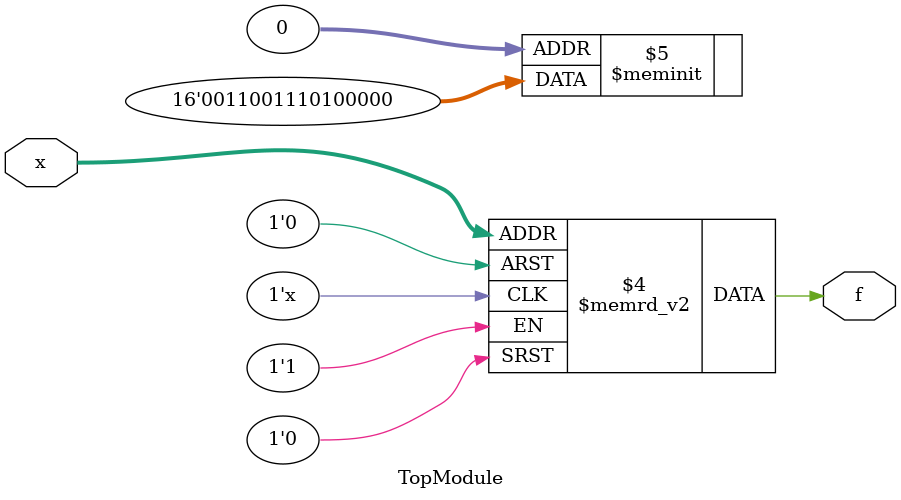
<source format=sv>

module TopModule (
    input [3:0] x,  // 4-bit input
    output reg f    // 1-bit output
);
    always @(*) begin
        // Default assignment
        f = 1'b0; // Assume f is false

        case (x) 
            4'b0000: f = 1'b0; // d
            4'b0001: f = 1'b0; // 0
            4'b0010: f = 1'b0; // d
            4'b0011: f = 1'b0; // d
            4'b0100: f = 1'b0; // 0
            4'b0101: f = 1'b1; // 1
            4'b0110: f = 1'b0; // 0
            4'b0111: f = 1'b1; // 1
            4'b1000: f = 1'b1; // 1
            4'b1001: f = 1'b1; // 1
            4'b1010: f = 1'b0; // 0
            4'b1011: f = 1'b0; // d
            4'b1100: f = 1'b1; // 1
            4'b1101: f = 1'b1; // 1
            4'b1110: f = 1'b0; // d
            4'b1111: f = 1'b0; // d
            default: f = 1'b0; // default case
        endcase
    end
endmodule
</source>
